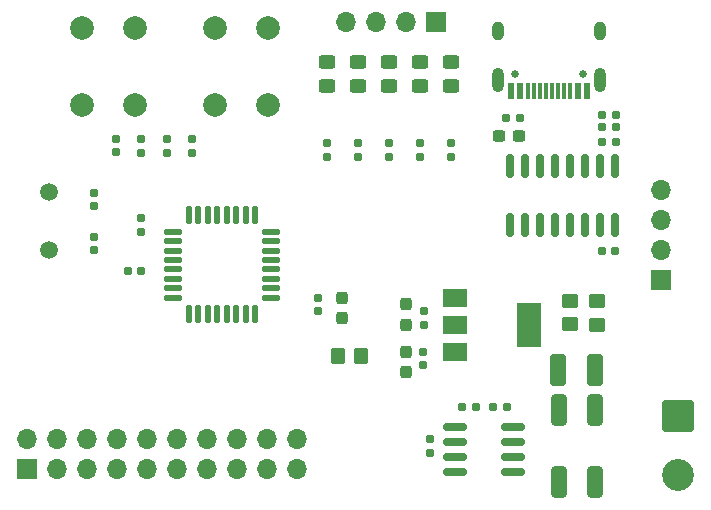
<source format=gbr>
%TF.GenerationSoftware,KiCad,Pcbnew,7.0.1*%
%TF.CreationDate,2023-04-25T22:28:34+08:00*%
%TF.ProjectId,MM32F0140_CAN_Core,4d4d3332-4630-4313-9430-5f43414e5f43,rev?*%
%TF.SameCoordinates,Original*%
%TF.FileFunction,Soldermask,Top*%
%TF.FilePolarity,Negative*%
%FSLAX46Y46*%
G04 Gerber Fmt 4.6, Leading zero omitted, Abs format (unit mm)*
G04 Created by KiCad (PCBNEW 7.0.1) date 2023-04-25 22:28:34*
%MOMM*%
%LPD*%
G01*
G04 APERTURE LIST*
G04 Aperture macros list*
%AMRoundRect*
0 Rectangle with rounded corners*
0 $1 Rounding radius*
0 $2 $3 $4 $5 $6 $7 $8 $9 X,Y pos of 4 corners*
0 Add a 4 corners polygon primitive as box body*
4,1,4,$2,$3,$4,$5,$6,$7,$8,$9,$2,$3,0*
0 Add four circle primitives for the rounded corners*
1,1,$1+$1,$2,$3*
1,1,$1+$1,$4,$5*
1,1,$1+$1,$6,$7*
1,1,$1+$1,$8,$9*
0 Add four rect primitives between the rounded corners*
20,1,$1+$1,$2,$3,$4,$5,0*
20,1,$1+$1,$4,$5,$6,$7,0*
20,1,$1+$1,$6,$7,$8,$9,0*
20,1,$1+$1,$8,$9,$2,$3,0*%
G04 Aperture macros list end*
%ADD10RoundRect,0.150000X-0.150000X0.825000X-0.150000X-0.825000X0.150000X-0.825000X0.150000X0.825000X0*%
%ADD11RoundRect,0.160000X0.160000X-0.197500X0.160000X0.197500X-0.160000X0.197500X-0.160000X-0.197500X0*%
%ADD12RoundRect,0.150000X-0.825000X-0.150000X0.825000X-0.150000X0.825000X0.150000X-0.825000X0.150000X0*%
%ADD13R,1.700000X1.700000*%
%ADD14O,1.700000X1.700000*%
%ADD15RoundRect,0.250000X-0.400000X-1.075000X0.400000X-1.075000X0.400000X1.075000X-0.400000X1.075000X0*%
%ADD16RoundRect,0.160000X-0.197500X-0.160000X0.197500X-0.160000X0.197500X0.160000X-0.197500X0.160000X0*%
%ADD17RoundRect,0.250000X0.350000X0.450000X-0.350000X0.450000X-0.350000X-0.450000X0.350000X-0.450000X0*%
%ADD18RoundRect,0.155000X0.155000X-0.212500X0.155000X0.212500X-0.155000X0.212500X-0.155000X-0.212500X0*%
%ADD19RoundRect,0.155000X0.212500X0.155000X-0.212500X0.155000X-0.212500X-0.155000X0.212500X-0.155000X0*%
%ADD20RoundRect,0.237500X-0.237500X0.300000X-0.237500X-0.300000X0.237500X-0.300000X0.237500X0.300000X0*%
%ADD21RoundRect,0.250000X-0.450000X0.325000X-0.450000X-0.325000X0.450000X-0.325000X0.450000X0.325000X0*%
%ADD22RoundRect,0.160000X-0.160000X0.197500X-0.160000X-0.197500X0.160000X-0.197500X0.160000X0.197500X0*%
%ADD23C,2.700000*%
%ADD24RoundRect,0.250001X-1.099999X1.099999X-1.099999X-1.099999X1.099999X-1.099999X1.099999X1.099999X0*%
%ADD25RoundRect,0.155000X-0.155000X0.212500X-0.155000X-0.212500X0.155000X-0.212500X0.155000X0.212500X0*%
%ADD26C,2.000000*%
%ADD27C,0.650000*%
%ADD28R,0.600000X1.450000*%
%ADD29R,0.300000X1.450000*%
%ADD30O,1.000000X2.100000*%
%ADD31O,1.000000X1.600000*%
%ADD32RoundRect,0.155000X-0.212500X-0.155000X0.212500X-0.155000X0.212500X0.155000X-0.212500X0.155000X0*%
%ADD33RoundRect,0.237500X0.300000X0.237500X-0.300000X0.237500X-0.300000X-0.237500X0.300000X-0.237500X0*%
%ADD34R,2.000000X1.500000*%
%ADD35R,2.000000X3.800000*%
%ADD36RoundRect,0.250000X0.450000X-0.350000X0.450000X0.350000X-0.450000X0.350000X-0.450000X-0.350000X0*%
%ADD37RoundRect,0.250000X0.400000X1.075000X-0.400000X1.075000X-0.400000X-1.075000X0.400000X-1.075000X0*%
%ADD38RoundRect,0.250000X-0.412500X-1.100000X0.412500X-1.100000X0.412500X1.100000X-0.412500X1.100000X0*%
%ADD39RoundRect,0.237500X0.237500X-0.300000X0.237500X0.300000X-0.237500X0.300000X-0.237500X-0.300000X0*%
%ADD40C,1.500000*%
%ADD41RoundRect,0.125000X-0.625000X-0.125000X0.625000X-0.125000X0.625000X0.125000X-0.625000X0.125000X0*%
%ADD42RoundRect,0.125000X-0.125000X-0.625000X0.125000X-0.625000X0.125000X0.625000X-0.125000X0.625000X0*%
G04 APERTURE END LIST*
D10*
%TO.C,U1*%
X171831000Y-102681000D03*
X170561000Y-102681000D03*
X169291000Y-102681000D03*
X168021000Y-102681000D03*
X166751000Y-102681000D03*
X165481000Y-102681000D03*
X164211000Y-102681000D03*
X162941000Y-102681000D03*
X162941000Y-107631000D03*
X164211000Y-107631000D03*
X165481000Y-107631000D03*
X166751000Y-107631000D03*
X168021000Y-107631000D03*
X169291000Y-107631000D03*
X170561000Y-107631000D03*
X171831000Y-107631000D03*
%TD*%
D11*
%TO.C,R6*%
X133890666Y-101532500D03*
X133890666Y-100337500D03*
%TD*%
D12*
%TO.C,U3*%
X158256000Y-124714000D03*
X158256000Y-125984000D03*
X158256000Y-127254000D03*
X158256000Y-128524000D03*
X163206000Y-128524000D03*
X163206000Y-127254000D03*
X163206000Y-125984000D03*
X163206000Y-124714000D03*
%TD*%
D13*
%TO.C,J2*%
X122047000Y-128270000D03*
D14*
X122047000Y-125730000D03*
X124587000Y-128270000D03*
X124587000Y-125730000D03*
X127127000Y-128270000D03*
X127127000Y-125730000D03*
X129667000Y-128270000D03*
X129667000Y-125730000D03*
X132207000Y-128270000D03*
X132207000Y-125730000D03*
X134747000Y-128270000D03*
X134747000Y-125730000D03*
X137287000Y-128270000D03*
X137287000Y-125730000D03*
X139827000Y-128270000D03*
X139827000Y-125730000D03*
X142367000Y-128270000D03*
X142367000Y-125730000D03*
X144907000Y-128270000D03*
X144907000Y-125730000D03*
%TD*%
D15*
%TO.C,R16*%
X167055000Y-129413000D03*
X170155000Y-129413000D03*
%TD*%
D16*
%TO.C,R15*%
X158888500Y-123051000D03*
X160083500Y-123051000D03*
%TD*%
D17*
%TO.C,R13*%
X150352000Y-118745000D03*
X148352000Y-118745000D03*
%TD*%
D18*
%TO.C,C16*%
X156159000Y-126932500D03*
X156159000Y-125797500D03*
%TD*%
D19*
%TO.C,C3*%
X131699000Y-111506000D03*
X130564000Y-111506000D03*
%TD*%
D20*
%TO.C,C1*%
X148717000Y-113792000D03*
X148717000Y-115517000D03*
%TD*%
D21*
%TO.C,D1*%
X150082250Y-93819500D03*
X150082250Y-95869500D03*
%TD*%
D22*
%TO.C,R5*%
X136053000Y-100337500D03*
X136053000Y-101532500D03*
%TD*%
D23*
%TO.C,J5*%
X177165000Y-128825000D03*
D24*
X177165000Y-123825000D03*
%TD*%
D25*
%TO.C,C5*%
X129576000Y-100347500D03*
X129576000Y-101482500D03*
%TD*%
D26*
%TO.C,SW2*%
X137958000Y-97484000D03*
X137958000Y-90984000D03*
X142458000Y-97484000D03*
X142458000Y-90984000D03*
%TD*%
D18*
%TO.C,C7*%
X127762000Y-109795500D03*
X127762000Y-108660500D03*
%TD*%
D25*
%TO.C,C6*%
X127762000Y-104910000D03*
X127762000Y-106045000D03*
%TD*%
D19*
%TO.C,C9*%
X163762500Y-98617000D03*
X162627500Y-98617000D03*
%TD*%
D25*
%TO.C,C13*%
X155575000Y-118364000D03*
X155575000Y-119499000D03*
%TD*%
D18*
%TO.C,C4*%
X131699000Y-108204000D03*
X131699000Y-107069000D03*
%TD*%
D27*
%TO.C,J4*%
X169133000Y-94867000D03*
X163353000Y-94867000D03*
D28*
X169493000Y-96312000D03*
X168693000Y-96312000D03*
D29*
X167493000Y-96312000D03*
X166493000Y-96312000D03*
X165993000Y-96312000D03*
X164993000Y-96312000D03*
D28*
X163793000Y-96312000D03*
X162993000Y-96312000D03*
X162993000Y-96312000D03*
X163793000Y-96312000D03*
D29*
X164493000Y-96312000D03*
X165493000Y-96312000D03*
X166993000Y-96312000D03*
X167993000Y-96312000D03*
D28*
X168693000Y-96312000D03*
X169493000Y-96312000D03*
D30*
X170563000Y-95397000D03*
D31*
X170563000Y-91217000D03*
D30*
X161923000Y-95397000D03*
D31*
X161923000Y-91217000D03*
%TD*%
D18*
%TO.C,C14*%
X155702000Y-116078000D03*
X155702000Y-114943000D03*
%TD*%
D26*
%TO.C,SW1*%
X126727000Y-97484000D03*
X126727000Y-90984000D03*
X131227000Y-97484000D03*
X131227000Y-90984000D03*
%TD*%
D21*
%TO.C,D4*%
X147447000Y-93819500D03*
X147447000Y-95869500D03*
%TD*%
D16*
%TO.C,R17*%
X161505000Y-123063000D03*
X162700000Y-123063000D03*
%TD*%
D32*
%TO.C,C11*%
X170763000Y-100649000D03*
X171898000Y-100649000D03*
%TD*%
D33*
%TO.C,C8*%
X163707500Y-100141000D03*
X161982500Y-100141000D03*
%TD*%
D34*
%TO.C,U2*%
X158267000Y-113778000D03*
X158267000Y-116078000D03*
D35*
X164567000Y-116078000D03*
D34*
X158267000Y-118378000D03*
%TD*%
D36*
%TO.C,R12*%
X168021000Y-116062000D03*
X168021000Y-114062000D03*
%TD*%
D37*
%TO.C,R14*%
X170155000Y-123317000D03*
X167055000Y-123317000D03*
%TD*%
D11*
%TO.C,R2*%
X150082250Y-101906000D03*
X150082250Y-100711000D03*
%TD*%
D13*
%TO.C,J1*%
X175768000Y-112268000D03*
D14*
X175768000Y-109728000D03*
X175768000Y-107188000D03*
X175768000Y-104648000D03*
%TD*%
D11*
%TO.C,R8*%
X157988000Y-101906000D03*
X157988000Y-100711000D03*
%TD*%
%TO.C,R4*%
X155352750Y-101906000D03*
X155352750Y-100711000D03*
%TD*%
D20*
%TO.C,C12*%
X154178000Y-118364000D03*
X154178000Y-120089000D03*
%TD*%
D25*
%TO.C,C2*%
X146685000Y-113792000D03*
X146685000Y-114927000D03*
%TD*%
D11*
%TO.C,R3*%
X152717500Y-101906000D03*
X152717500Y-100711000D03*
%TD*%
D38*
%TO.C,C17*%
X167042500Y-119888000D03*
X170167500Y-119888000D03*
%TD*%
D16*
%TO.C,R9*%
X170763000Y-99379000D03*
X171958000Y-99379000D03*
%TD*%
D36*
%TO.C,R11*%
X170307000Y-116078000D03*
X170307000Y-114078000D03*
%TD*%
D39*
%TO.C,C15*%
X154178000Y-116078000D03*
X154178000Y-114353000D03*
%TD*%
D40*
%TO.C,Y1*%
X123952000Y-104856000D03*
X123952000Y-109736000D03*
%TD*%
D21*
%TO.C,D2*%
X152717500Y-93819500D03*
X152717500Y-95869500D03*
%TD*%
%TO.C,D3*%
X155352750Y-93819500D03*
X155352750Y-95869500D03*
%TD*%
D11*
%TO.C,R7*%
X147447000Y-101906000D03*
X147447000Y-100711000D03*
%TD*%
D21*
%TO.C,D5*%
X157988000Y-93819500D03*
X157988000Y-95869500D03*
%TD*%
D16*
%TO.C,R10*%
X170763000Y-98363000D03*
X171958000Y-98363000D03*
%TD*%
D11*
%TO.C,R1*%
X131728333Y-101532500D03*
X131728333Y-100337500D03*
%TD*%
D13*
%TO.C,J3*%
X156718000Y-90424000D03*
D14*
X154178000Y-90424000D03*
X151638000Y-90424000D03*
X149098000Y-90424000D03*
%TD*%
D41*
%TO.C,IC1*%
X134382000Y-108198000D03*
X134382000Y-108998000D03*
X134382000Y-109798000D03*
X134382000Y-110598000D03*
X134382000Y-111398000D03*
X134382000Y-112198000D03*
X134382000Y-112998000D03*
X134382000Y-113798000D03*
D42*
X135757000Y-115173000D03*
X136557000Y-115173000D03*
X137357000Y-115173000D03*
X138157000Y-115173000D03*
X138957000Y-115173000D03*
X139757000Y-115173000D03*
X140557000Y-115173000D03*
X141357000Y-115173000D03*
D41*
X142732000Y-113798000D03*
X142732000Y-112998000D03*
X142732000Y-112198000D03*
X142732000Y-111398000D03*
X142732000Y-110598000D03*
X142732000Y-109798000D03*
X142732000Y-108998000D03*
X142732000Y-108198000D03*
D42*
X141357000Y-106823000D03*
X140557000Y-106823000D03*
X139757000Y-106823000D03*
X138957000Y-106823000D03*
X138157000Y-106823000D03*
X137357000Y-106823000D03*
X136557000Y-106823000D03*
X135757000Y-106823000D03*
%TD*%
D19*
%TO.C,C10*%
X171831000Y-109855000D03*
X170696000Y-109855000D03*
%TD*%
M02*

</source>
